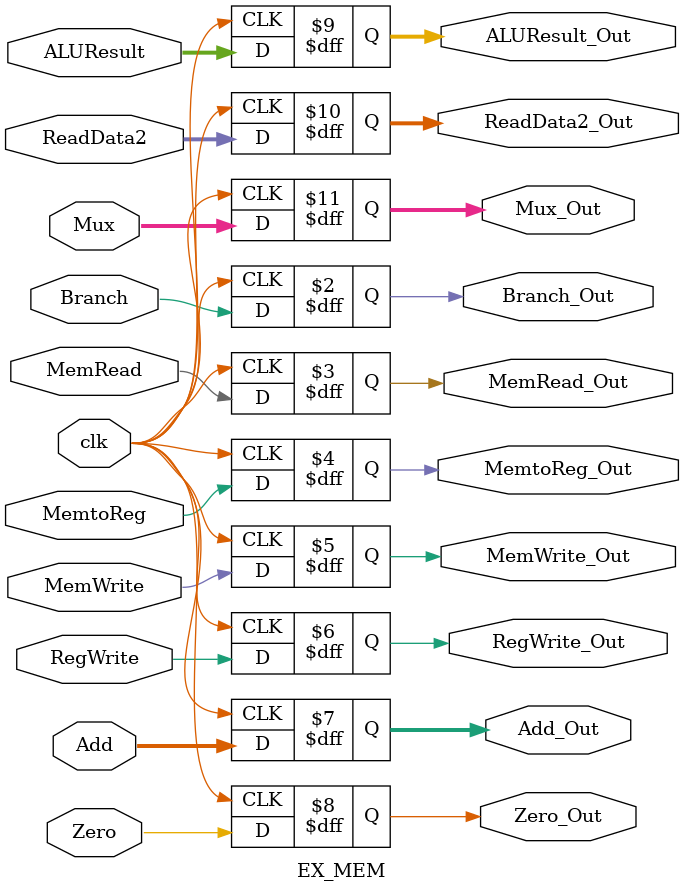
<source format=v>
module EX_MEM
(
	input clk,
	//Control
	input Branch,
	input MemRead,
	input MemtoReg,
	input MemWrite,
	input RegWrite,
	output reg Branch_Out,
	output reg MemRead_Out,
	output reg MemtoReg_Out,
	output reg MemWrite_Out,
	output reg RegWrite_Out,
	//Add
	input [31:0]Add,
	output reg [31:0]Add_Out,
	//ALU
	input Zero,
	input [31:0]ALUResult,
	output reg Zero_Out,
	output reg [31:0]ALUResult_Out,
	//ID_EX
	input [31:0]ReadData2,
	output reg [31:0]ReadData2_Out,
	//Mux
	input [4:0]Mux,
	output reg [4:0]Mux_Out
);

always@(negedge clk)
	begin
		Branch_Out = Branch;
		MemRead_Out = MemRead;
		MemtoReg_Out = MemtoReg;
		MemWrite_Out = MemWrite;
		RegWrite_Out = RegWrite;
		Add_Out = Add;
		Zero_Out = Zero;
		ALUResult_Out = ALUResult;
		ReadData2_Out = ReadData2;
		Mux_Out = Mux;
	end
	
endmodule
</source>
